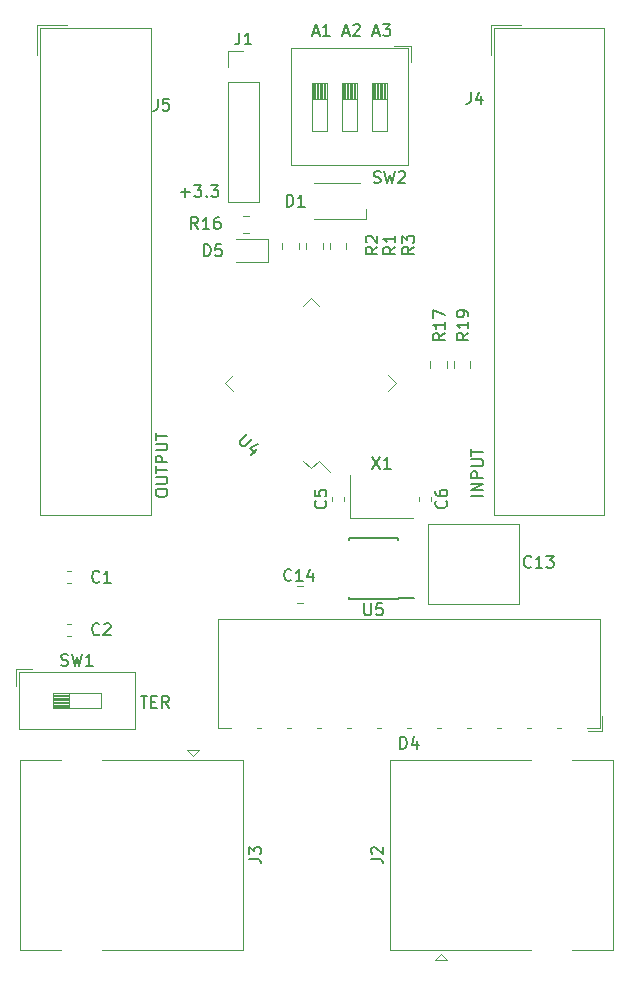
<source format=gbr>
G04 #@! TF.GenerationSoftware,KiCad,Pcbnew,(5.1.0)-1*
G04 #@! TF.CreationDate,2020-04-23T00:52:51+08:00*
G04 #@! TF.ProjectId,IRController,4952436f-6e74-4726-9f6c-6c65722e6b69,rev?*
G04 #@! TF.SameCoordinates,Original*
G04 #@! TF.FileFunction,Legend,Top*
G04 #@! TF.FilePolarity,Positive*
%FSLAX46Y46*%
G04 Gerber Fmt 4.6, Leading zero omitted, Abs format (unit mm)*
G04 Created by KiCad (PCBNEW (5.1.0)-1) date 2020-04-23 00:52:51*
%MOMM*%
%LPD*%
G04 APERTURE LIST*
%ADD10C,0.150000*%
%ADD11C,0.120000*%
G04 APERTURE END LIST*
D10*
X101501904Y-95702380D02*
X102073333Y-95702380D01*
X101787619Y-96702380D02*
X101787619Y-95702380D01*
X102406666Y-96178571D02*
X102740000Y-96178571D01*
X102882857Y-96702380D02*
X102406666Y-96702380D01*
X102406666Y-95702380D01*
X102882857Y-95702380D01*
X103882857Y-96702380D02*
X103549523Y-96226190D01*
X103311428Y-96702380D02*
X103311428Y-95702380D01*
X103692380Y-95702380D01*
X103787619Y-95750000D01*
X103835238Y-95797619D01*
X103882857Y-95892857D01*
X103882857Y-96035714D01*
X103835238Y-96130952D01*
X103787619Y-96178571D01*
X103692380Y-96226190D01*
X103311428Y-96226190D01*
X102772380Y-78568094D02*
X102772380Y-78377618D01*
X102820000Y-78282380D01*
X102915238Y-78187142D01*
X103105714Y-78139523D01*
X103439047Y-78139523D01*
X103629523Y-78187142D01*
X103724761Y-78282380D01*
X103772380Y-78377618D01*
X103772380Y-78568094D01*
X103724761Y-78663333D01*
X103629523Y-78758571D01*
X103439047Y-78806190D01*
X103105714Y-78806190D01*
X102915238Y-78758571D01*
X102820000Y-78663333D01*
X102772380Y-78568094D01*
X102772380Y-77710952D02*
X103581904Y-77710952D01*
X103677142Y-77663333D01*
X103724761Y-77615713D01*
X103772380Y-77520475D01*
X103772380Y-77329999D01*
X103724761Y-77234761D01*
X103677142Y-77187142D01*
X103581904Y-77139523D01*
X102772380Y-77139523D01*
X102772380Y-76806190D02*
X102772380Y-76234761D01*
X103772380Y-76520475D02*
X102772380Y-76520475D01*
X103772380Y-75901428D02*
X102772380Y-75901428D01*
X102772380Y-75520475D01*
X102820000Y-75425237D01*
X102867619Y-75377618D01*
X102962857Y-75329999D01*
X103105714Y-75329999D01*
X103200952Y-75377618D01*
X103248571Y-75425237D01*
X103296190Y-75520475D01*
X103296190Y-75901428D01*
X102772380Y-74901428D02*
X103581904Y-74901428D01*
X103677142Y-74853809D01*
X103724761Y-74806190D01*
X103772380Y-74710952D01*
X103772380Y-74520475D01*
X103724761Y-74425237D01*
X103677142Y-74377618D01*
X103581904Y-74329999D01*
X102772380Y-74329999D01*
X102772380Y-73996666D02*
X102772380Y-73425237D01*
X103772380Y-73710952D02*
X102772380Y-73710952D01*
X130492380Y-78758571D02*
X129492380Y-78758571D01*
X130492380Y-78282380D02*
X129492380Y-78282380D01*
X130492380Y-77710952D01*
X129492380Y-77710952D01*
X130492380Y-77234761D02*
X129492380Y-77234761D01*
X129492380Y-76853809D01*
X129540000Y-76758571D01*
X129587619Y-76710952D01*
X129682857Y-76663333D01*
X129825714Y-76663333D01*
X129920952Y-76710952D01*
X129968571Y-76758571D01*
X130016190Y-76853809D01*
X130016190Y-77234761D01*
X129492380Y-76234761D02*
X130301904Y-76234761D01*
X130397142Y-76187142D01*
X130444761Y-76139523D01*
X130492380Y-76044285D01*
X130492380Y-75853809D01*
X130444761Y-75758571D01*
X130397142Y-75710952D01*
X130301904Y-75663333D01*
X129492380Y-75663333D01*
X129492380Y-75330000D02*
X129492380Y-74758571D01*
X130492380Y-75044285D02*
X129492380Y-75044285D01*
X121195714Y-39516666D02*
X121671904Y-39516666D01*
X121100476Y-39802380D02*
X121433809Y-38802380D01*
X121767142Y-39802380D01*
X122005238Y-38802380D02*
X122624285Y-38802380D01*
X122290952Y-39183333D01*
X122433809Y-39183333D01*
X122529047Y-39230952D01*
X122576666Y-39278571D01*
X122624285Y-39373809D01*
X122624285Y-39611904D01*
X122576666Y-39707142D01*
X122529047Y-39754761D01*
X122433809Y-39802380D01*
X122148095Y-39802380D01*
X122052857Y-39754761D01*
X122005238Y-39707142D01*
X118640714Y-39516666D02*
X119116904Y-39516666D01*
X118545476Y-39802380D02*
X118878809Y-38802380D01*
X119212142Y-39802380D01*
X119497857Y-38897619D02*
X119545476Y-38850000D01*
X119640714Y-38802380D01*
X119878809Y-38802380D01*
X119974047Y-38850000D01*
X120021666Y-38897619D01*
X120069285Y-38992857D01*
X120069285Y-39088095D01*
X120021666Y-39230952D01*
X119450238Y-39802380D01*
X120069285Y-39802380D01*
X116085714Y-39516666D02*
X116561904Y-39516666D01*
X115990476Y-39802380D02*
X116323809Y-38802380D01*
X116657142Y-39802380D01*
X117514285Y-39802380D02*
X116942857Y-39802380D01*
X117228571Y-39802380D02*
X117228571Y-38802380D01*
X117133333Y-38945238D01*
X117038095Y-39040476D01*
X116942857Y-39088095D01*
X104888571Y-53061428D02*
X105650476Y-53061428D01*
X105269523Y-53442380D02*
X105269523Y-52680476D01*
X106031428Y-52442380D02*
X106650476Y-52442380D01*
X106317142Y-52823333D01*
X106460000Y-52823333D01*
X106555238Y-52870952D01*
X106602857Y-52918571D01*
X106650476Y-53013809D01*
X106650476Y-53251904D01*
X106602857Y-53347142D01*
X106555238Y-53394761D01*
X106460000Y-53442380D01*
X106174285Y-53442380D01*
X106079047Y-53394761D01*
X106031428Y-53347142D01*
X107079047Y-53347142D02*
X107126666Y-53394761D01*
X107079047Y-53442380D01*
X107031428Y-53394761D01*
X107079047Y-53347142D01*
X107079047Y-53442380D01*
X107460000Y-52442380D02*
X108079047Y-52442380D01*
X107745714Y-52823333D01*
X107888571Y-52823333D01*
X107983809Y-52870952D01*
X108031428Y-52918571D01*
X108079047Y-53013809D01*
X108079047Y-53251904D01*
X108031428Y-53347142D01*
X107983809Y-53394761D01*
X107888571Y-53442380D01*
X107602857Y-53442380D01*
X107507619Y-53394761D01*
X107460000Y-53347142D01*
D11*
X138050000Y-117155000D02*
X141490000Y-117155000D01*
X127408000Y-118031000D02*
X126900000Y-117523000D01*
X126392000Y-118031000D02*
X127408000Y-118031000D01*
X126900000Y-117523000D02*
X126392000Y-118031000D01*
X138050000Y-101135000D02*
X141490000Y-101135000D01*
X141490000Y-101135000D02*
X141490000Y-117155000D01*
X122620000Y-117155000D02*
X134550000Y-117155000D01*
X122620000Y-101135000D02*
X122620000Y-117155000D01*
X122620000Y-101135000D02*
X134550000Y-101135000D01*
X92745000Y-38900000D02*
X95285000Y-38900000D01*
X92745000Y-38900000D02*
X92745000Y-41440000D01*
X92995000Y-39150000D02*
X102345000Y-39150000D01*
X92995000Y-80330000D02*
X92995000Y-39150000D01*
X102345000Y-80330000D02*
X92995000Y-80330000D01*
X102345000Y-39150000D02*
X102345000Y-80330000D01*
X140591000Y-98649000D02*
X139351000Y-98649000D01*
X140591000Y-97409000D02*
X140591000Y-98649000D01*
X108030000Y-98410000D02*
X108030000Y-89189000D01*
X140350000Y-98410000D02*
X140350000Y-89189000D01*
X140350000Y-89189000D02*
X108030000Y-89189000D01*
X109180000Y-98410000D02*
X108030000Y-98410000D01*
X111720000Y-98410000D02*
X111320000Y-98410000D01*
X114260000Y-98410000D02*
X113860000Y-98410000D01*
X116800000Y-98410000D02*
X116400000Y-98410000D01*
X119340000Y-98410000D02*
X118940000Y-98410000D01*
X121880000Y-98410000D02*
X121480000Y-98410000D01*
X124420000Y-98410000D02*
X124020000Y-98410000D01*
X126960000Y-98410000D02*
X126560000Y-98410000D01*
X129500000Y-98410000D02*
X129100000Y-98410000D01*
X132040000Y-98410000D02*
X131639000Y-98410000D01*
X134580000Y-98410000D02*
X134180000Y-98410000D01*
X137120000Y-98410000D02*
X136719000Y-98410000D01*
X140350000Y-98410000D02*
X139260000Y-98410000D01*
X94750000Y-101135000D02*
X91310000Y-101135000D01*
X105392000Y-100259000D02*
X105900000Y-100767000D01*
X106408000Y-100259000D02*
X105392000Y-100259000D01*
X105900000Y-100767000D02*
X106408000Y-100259000D01*
X94750000Y-117155000D02*
X91310000Y-117155000D01*
X91310000Y-117155000D02*
X91310000Y-101135000D01*
X110180000Y-101135000D02*
X98250000Y-101135000D01*
X110180000Y-117155000D02*
X110180000Y-101135000D01*
X110180000Y-117155000D02*
X98250000Y-117155000D01*
X95571267Y-85090000D02*
X95228733Y-85090000D01*
X95571267Y-86110000D02*
X95228733Y-86110000D01*
X95228733Y-90610000D02*
X95571267Y-90610000D01*
X95228733Y-89590000D02*
X95571267Y-89590000D01*
X118710000Y-79171267D02*
X118710000Y-78828733D01*
X117690000Y-79171267D02*
X117690000Y-78828733D01*
X126110000Y-79171267D02*
X126110000Y-78828733D01*
X125090000Y-79171267D02*
X125090000Y-78828733D01*
X133570000Y-81130000D02*
X133570000Y-87870000D01*
X125830000Y-81130000D02*
X125830000Y-87870000D01*
X125830000Y-87870000D02*
X133570000Y-87870000D01*
X125830000Y-81130000D02*
X133570000Y-81130000D01*
X115261252Y-86390000D02*
X114738748Y-86390000D01*
X115261252Y-87810000D02*
X114738748Y-87810000D01*
X120050000Y-52300000D02*
X116150000Y-52300000D01*
X120600044Y-55300000D02*
X116150000Y-55300000D01*
X120600000Y-54500000D02*
X120600000Y-55300000D01*
X112247500Y-57040000D02*
X109562500Y-57040000D01*
X112247500Y-58960000D02*
X112247500Y-57040000D01*
X109562500Y-58960000D02*
X112247500Y-58960000D01*
X108870000Y-41070000D02*
X110200000Y-41070000D01*
X108870000Y-42400000D02*
X108870000Y-41070000D01*
X108870000Y-43670000D02*
X111530000Y-43670000D01*
X111530000Y-43670000D02*
X111530000Y-53890000D01*
X108870000Y-43670000D02*
X108870000Y-53890000D01*
X108870000Y-53890000D02*
X111530000Y-53890000D01*
X131145000Y-38900000D02*
X133685000Y-38900000D01*
X131145000Y-38900000D02*
X131145000Y-41440000D01*
X131395000Y-39150000D02*
X140745000Y-39150000D01*
X131395000Y-80330000D02*
X131395000Y-39150000D01*
X140745000Y-80330000D02*
X131395000Y-80330000D01*
X140745000Y-39150000D02*
X140745000Y-80330000D01*
X116910000Y-57886252D02*
X116910000Y-57363748D01*
X115490000Y-57886252D02*
X115490000Y-57363748D01*
X114910000Y-57886252D02*
X114910000Y-57363748D01*
X113490000Y-57886252D02*
X113490000Y-57363748D01*
X118910000Y-57886252D02*
X118910000Y-57363748D01*
X117490000Y-57886252D02*
X117490000Y-57363748D01*
X110661252Y-55090000D02*
X110138748Y-55090000D01*
X110661252Y-56510000D02*
X110138748Y-56510000D01*
X95433333Y-95465000D02*
X95433333Y-96735000D01*
X94080000Y-96665000D02*
X95433333Y-96665000D01*
X94080000Y-96545000D02*
X95433333Y-96545000D01*
X94080000Y-96425000D02*
X95433333Y-96425000D01*
X94080000Y-96305000D02*
X95433333Y-96305000D01*
X94080000Y-96185000D02*
X95433333Y-96185000D01*
X94080000Y-96065000D02*
X95433333Y-96065000D01*
X94080000Y-95945000D02*
X95433333Y-95945000D01*
X94080000Y-95825000D02*
X95433333Y-95825000D01*
X94080000Y-95705000D02*
X95433333Y-95705000D01*
X94080000Y-95585000D02*
X95433333Y-95585000D01*
X98140000Y-95465000D02*
X94080000Y-95465000D01*
X98140000Y-96735000D02*
X98140000Y-95465000D01*
X94080000Y-96735000D02*
X98140000Y-96735000D01*
X94080000Y-95465000D02*
X94080000Y-96735000D01*
X90920000Y-93440000D02*
X90920000Y-94823000D01*
X90920000Y-93440000D02*
X92304000Y-93440000D01*
X101060000Y-93680000D02*
X101060000Y-98520000D01*
X91160000Y-93680000D02*
X91160000Y-98520000D01*
X91160000Y-98520000D02*
X101060000Y-98520000D01*
X91160000Y-93680000D02*
X101060000Y-93680000D01*
X116571751Y-75754880D02*
X117519275Y-76702403D01*
X115900000Y-76426631D02*
X116571751Y-75754880D01*
X115228249Y-75754880D02*
X115900000Y-76426631D01*
X108673369Y-69200000D02*
X109345120Y-68528249D01*
X109345120Y-69871751D02*
X108673369Y-69200000D01*
X123126631Y-69200000D02*
X122454880Y-69871751D01*
X122454880Y-68528249D02*
X123126631Y-69200000D01*
X115900000Y-61973369D02*
X115228249Y-62645120D01*
X116571751Y-62645120D02*
X115900000Y-61973369D01*
D10*
X123275000Y-87425000D02*
X124675000Y-87425000D01*
X123275000Y-82325000D02*
X119125000Y-82325000D01*
X123275000Y-87475000D02*
X119125000Y-87475000D01*
X123275000Y-82325000D02*
X123275000Y-82470000D01*
X119125000Y-82325000D02*
X119125000Y-82470000D01*
X119125000Y-87475000D02*
X119125000Y-87330000D01*
X123275000Y-87475000D02*
X123275000Y-87425000D01*
D11*
X127410000Y-67886252D02*
X127410000Y-67363748D01*
X125990000Y-67886252D02*
X125990000Y-67363748D01*
X129410000Y-67886252D02*
X129410000Y-67363748D01*
X127990000Y-67886252D02*
X127990000Y-67363748D01*
X117255000Y-45133333D02*
X115985000Y-45133333D01*
X116055000Y-43780000D02*
X116055000Y-45133333D01*
X116175000Y-43780000D02*
X116175000Y-45133333D01*
X116295000Y-43780000D02*
X116295000Y-45133333D01*
X116415000Y-43780000D02*
X116415000Y-45133333D01*
X116535000Y-43780000D02*
X116535000Y-45133333D01*
X116655000Y-43780000D02*
X116655000Y-45133333D01*
X116775000Y-43780000D02*
X116775000Y-45133333D01*
X116895000Y-43780000D02*
X116895000Y-45133333D01*
X117015000Y-43780000D02*
X117015000Y-45133333D01*
X117135000Y-43780000D02*
X117135000Y-45133333D01*
X117255000Y-47840000D02*
X117255000Y-43780000D01*
X115985000Y-47840000D02*
X117255000Y-47840000D01*
X115985000Y-43780000D02*
X115985000Y-47840000D01*
X117255000Y-43780000D02*
X115985000Y-43780000D01*
X119795000Y-45133333D02*
X118525000Y-45133333D01*
X118595000Y-43780000D02*
X118595000Y-45133333D01*
X118715000Y-43780000D02*
X118715000Y-45133333D01*
X118835000Y-43780000D02*
X118835000Y-45133333D01*
X118955000Y-43780000D02*
X118955000Y-45133333D01*
X119075000Y-43780000D02*
X119075000Y-45133333D01*
X119195000Y-43780000D02*
X119195000Y-45133333D01*
X119315000Y-43780000D02*
X119315000Y-45133333D01*
X119435000Y-43780000D02*
X119435000Y-45133333D01*
X119555000Y-43780000D02*
X119555000Y-45133333D01*
X119675000Y-43780000D02*
X119675000Y-45133333D01*
X119795000Y-47840000D02*
X119795000Y-43780000D01*
X118525000Y-47840000D02*
X119795000Y-47840000D01*
X118525000Y-43780000D02*
X118525000Y-47840000D01*
X119795000Y-43780000D02*
X118525000Y-43780000D01*
X122335000Y-45133333D02*
X121065000Y-45133333D01*
X121135000Y-43780000D02*
X121135000Y-45133333D01*
X121255000Y-43780000D02*
X121255000Y-45133333D01*
X121375000Y-43780000D02*
X121375000Y-45133333D01*
X121495000Y-43780000D02*
X121495000Y-45133333D01*
X121615000Y-43780000D02*
X121615000Y-45133333D01*
X121735000Y-43780000D02*
X121735000Y-45133333D01*
X121855000Y-43780000D02*
X121855000Y-45133333D01*
X121975000Y-43780000D02*
X121975000Y-45133333D01*
X122095000Y-43780000D02*
X122095000Y-45133333D01*
X122215000Y-43780000D02*
X122215000Y-45133333D01*
X122335000Y-47840000D02*
X122335000Y-43780000D01*
X121065000Y-47840000D02*
X122335000Y-47840000D01*
X121065000Y-43780000D02*
X121065000Y-47840000D01*
X122335000Y-43780000D02*
X121065000Y-43780000D01*
X124360000Y-40620000D02*
X122977000Y-40620000D01*
X124360000Y-40620000D02*
X124360000Y-42004000D01*
X124120000Y-50760000D02*
X114200000Y-50760000D01*
X124120000Y-40860000D02*
X114200000Y-40860000D01*
X114200000Y-40860000D02*
X114200000Y-50760000D01*
X124120000Y-40860000D02*
X124120000Y-50760000D01*
X119250000Y-80650000D02*
X124550000Y-80650000D01*
X119250000Y-76950000D02*
X119250000Y-80650000D01*
D10*
X121012380Y-109478333D02*
X121726666Y-109478333D01*
X121869523Y-109525952D01*
X121964761Y-109621190D01*
X122012380Y-109764047D01*
X122012380Y-109859285D01*
X121107619Y-109049761D02*
X121060000Y-109002142D01*
X121012380Y-108906904D01*
X121012380Y-108668809D01*
X121060000Y-108573571D01*
X121107619Y-108525952D01*
X121202857Y-108478333D01*
X121298095Y-108478333D01*
X121440952Y-108525952D01*
X122012380Y-109097380D01*
X122012380Y-108478333D01*
X102936666Y-45122380D02*
X102936666Y-45836666D01*
X102889047Y-45979523D01*
X102793809Y-46074761D01*
X102650952Y-46122380D01*
X102555714Y-46122380D01*
X103889047Y-45122380D02*
X103412857Y-45122380D01*
X103365238Y-45598571D01*
X103412857Y-45550952D01*
X103508095Y-45503333D01*
X103746190Y-45503333D01*
X103841428Y-45550952D01*
X103889047Y-45598571D01*
X103936666Y-45693809D01*
X103936666Y-45931904D01*
X103889047Y-46027142D01*
X103841428Y-46074761D01*
X103746190Y-46122380D01*
X103508095Y-46122380D01*
X103412857Y-46074761D01*
X103365238Y-46027142D01*
X123481904Y-100151380D02*
X123481904Y-99151380D01*
X123720000Y-99151380D01*
X123862857Y-99199000D01*
X123958095Y-99294238D01*
X124005714Y-99389476D01*
X124053333Y-99579952D01*
X124053333Y-99722809D01*
X124005714Y-99913285D01*
X123958095Y-100008523D01*
X123862857Y-100103761D01*
X123720000Y-100151380D01*
X123481904Y-100151380D01*
X124910476Y-99484714D02*
X124910476Y-100151380D01*
X124672380Y-99103761D02*
X124434285Y-99818047D01*
X125053333Y-99818047D01*
X110692380Y-109478333D02*
X111406666Y-109478333D01*
X111549523Y-109525952D01*
X111644761Y-109621190D01*
X111692380Y-109764047D01*
X111692380Y-109859285D01*
X110692380Y-109097380D02*
X110692380Y-108478333D01*
X111073333Y-108811666D01*
X111073333Y-108668809D01*
X111120952Y-108573571D01*
X111168571Y-108525952D01*
X111263809Y-108478333D01*
X111501904Y-108478333D01*
X111597142Y-108525952D01*
X111644761Y-108573571D01*
X111692380Y-108668809D01*
X111692380Y-108954523D01*
X111644761Y-109049761D01*
X111597142Y-109097380D01*
X98013333Y-85987142D02*
X97965714Y-86034761D01*
X97822857Y-86082380D01*
X97727619Y-86082380D01*
X97584761Y-86034761D01*
X97489523Y-85939523D01*
X97441904Y-85844285D01*
X97394285Y-85653809D01*
X97394285Y-85510952D01*
X97441904Y-85320476D01*
X97489523Y-85225238D01*
X97584761Y-85130000D01*
X97727619Y-85082380D01*
X97822857Y-85082380D01*
X97965714Y-85130000D01*
X98013333Y-85177619D01*
X98965714Y-86082380D02*
X98394285Y-86082380D01*
X98680000Y-86082380D02*
X98680000Y-85082380D01*
X98584761Y-85225238D01*
X98489523Y-85320476D01*
X98394285Y-85368095D01*
X98013333Y-90447142D02*
X97965714Y-90494761D01*
X97822857Y-90542380D01*
X97727619Y-90542380D01*
X97584761Y-90494761D01*
X97489523Y-90399523D01*
X97441904Y-90304285D01*
X97394285Y-90113809D01*
X97394285Y-89970952D01*
X97441904Y-89780476D01*
X97489523Y-89685238D01*
X97584761Y-89590000D01*
X97727619Y-89542380D01*
X97822857Y-89542380D01*
X97965714Y-89590000D01*
X98013333Y-89637619D01*
X98394285Y-89637619D02*
X98441904Y-89590000D01*
X98537142Y-89542380D01*
X98775238Y-89542380D01*
X98870476Y-89590000D01*
X98918095Y-89637619D01*
X98965714Y-89732857D01*
X98965714Y-89828095D01*
X98918095Y-89970952D01*
X98346666Y-90542380D01*
X98965714Y-90542380D01*
X117127142Y-79166666D02*
X117174761Y-79214285D01*
X117222380Y-79357142D01*
X117222380Y-79452380D01*
X117174761Y-79595238D01*
X117079523Y-79690476D01*
X116984285Y-79738095D01*
X116793809Y-79785714D01*
X116650952Y-79785714D01*
X116460476Y-79738095D01*
X116365238Y-79690476D01*
X116270000Y-79595238D01*
X116222380Y-79452380D01*
X116222380Y-79357142D01*
X116270000Y-79214285D01*
X116317619Y-79166666D01*
X116222380Y-78261904D02*
X116222380Y-78738095D01*
X116698571Y-78785714D01*
X116650952Y-78738095D01*
X116603333Y-78642857D01*
X116603333Y-78404761D01*
X116650952Y-78309523D01*
X116698571Y-78261904D01*
X116793809Y-78214285D01*
X117031904Y-78214285D01*
X117127142Y-78261904D01*
X117174761Y-78309523D01*
X117222380Y-78404761D01*
X117222380Y-78642857D01*
X117174761Y-78738095D01*
X117127142Y-78785714D01*
X127357142Y-79166666D02*
X127404761Y-79214285D01*
X127452380Y-79357142D01*
X127452380Y-79452380D01*
X127404761Y-79595238D01*
X127309523Y-79690476D01*
X127214285Y-79738095D01*
X127023809Y-79785714D01*
X126880952Y-79785714D01*
X126690476Y-79738095D01*
X126595238Y-79690476D01*
X126500000Y-79595238D01*
X126452380Y-79452380D01*
X126452380Y-79357142D01*
X126500000Y-79214285D01*
X126547619Y-79166666D01*
X126452380Y-78309523D02*
X126452380Y-78500000D01*
X126500000Y-78595238D01*
X126547619Y-78642857D01*
X126690476Y-78738095D01*
X126880952Y-78785714D01*
X127261904Y-78785714D01*
X127357142Y-78738095D01*
X127404761Y-78690476D01*
X127452380Y-78595238D01*
X127452380Y-78404761D01*
X127404761Y-78309523D01*
X127357142Y-78261904D01*
X127261904Y-78214285D01*
X127023809Y-78214285D01*
X126928571Y-78261904D01*
X126880952Y-78309523D01*
X126833333Y-78404761D01*
X126833333Y-78595238D01*
X126880952Y-78690476D01*
X126928571Y-78738095D01*
X127023809Y-78785714D01*
X134557142Y-84737142D02*
X134509523Y-84784761D01*
X134366666Y-84832380D01*
X134271428Y-84832380D01*
X134128571Y-84784761D01*
X134033333Y-84689523D01*
X133985714Y-84594285D01*
X133938095Y-84403809D01*
X133938095Y-84260952D01*
X133985714Y-84070476D01*
X134033333Y-83975238D01*
X134128571Y-83880000D01*
X134271428Y-83832380D01*
X134366666Y-83832380D01*
X134509523Y-83880000D01*
X134557142Y-83927619D01*
X135509523Y-84832380D02*
X134938095Y-84832380D01*
X135223809Y-84832380D02*
X135223809Y-83832380D01*
X135128571Y-83975238D01*
X135033333Y-84070476D01*
X134938095Y-84118095D01*
X135842857Y-83832380D02*
X136461904Y-83832380D01*
X136128571Y-84213333D01*
X136271428Y-84213333D01*
X136366666Y-84260952D01*
X136414285Y-84308571D01*
X136461904Y-84403809D01*
X136461904Y-84641904D01*
X136414285Y-84737142D01*
X136366666Y-84784761D01*
X136271428Y-84832380D01*
X135985714Y-84832380D01*
X135890476Y-84784761D01*
X135842857Y-84737142D01*
X114257142Y-85857142D02*
X114209523Y-85904761D01*
X114066666Y-85952380D01*
X113971428Y-85952380D01*
X113828571Y-85904761D01*
X113733333Y-85809523D01*
X113685714Y-85714285D01*
X113638095Y-85523809D01*
X113638095Y-85380952D01*
X113685714Y-85190476D01*
X113733333Y-85095238D01*
X113828571Y-85000000D01*
X113971428Y-84952380D01*
X114066666Y-84952380D01*
X114209523Y-85000000D01*
X114257142Y-85047619D01*
X115209523Y-85952380D02*
X114638095Y-85952380D01*
X114923809Y-85952380D02*
X114923809Y-84952380D01*
X114828571Y-85095238D01*
X114733333Y-85190476D01*
X114638095Y-85238095D01*
X116066666Y-85285714D02*
X116066666Y-85952380D01*
X115828571Y-84904761D02*
X115590476Y-85619047D01*
X116209523Y-85619047D01*
X113861904Y-54252380D02*
X113861904Y-53252380D01*
X114100000Y-53252380D01*
X114242857Y-53300000D01*
X114338095Y-53395238D01*
X114385714Y-53490476D01*
X114433333Y-53680952D01*
X114433333Y-53823809D01*
X114385714Y-54014285D01*
X114338095Y-54109523D01*
X114242857Y-54204761D01*
X114100000Y-54252380D01*
X113861904Y-54252380D01*
X115385714Y-54252380D02*
X114814285Y-54252380D01*
X115100000Y-54252380D02*
X115100000Y-53252380D01*
X115004761Y-53395238D01*
X114909523Y-53490476D01*
X114814285Y-53538095D01*
X106861904Y-58452380D02*
X106861904Y-57452380D01*
X107100000Y-57452380D01*
X107242857Y-57500000D01*
X107338095Y-57595238D01*
X107385714Y-57690476D01*
X107433333Y-57880952D01*
X107433333Y-58023809D01*
X107385714Y-58214285D01*
X107338095Y-58309523D01*
X107242857Y-58404761D01*
X107100000Y-58452380D01*
X106861904Y-58452380D01*
X108338095Y-57452380D02*
X107861904Y-57452380D01*
X107814285Y-57928571D01*
X107861904Y-57880952D01*
X107957142Y-57833333D01*
X108195238Y-57833333D01*
X108290476Y-57880952D01*
X108338095Y-57928571D01*
X108385714Y-58023809D01*
X108385714Y-58261904D01*
X108338095Y-58357142D01*
X108290476Y-58404761D01*
X108195238Y-58452380D01*
X107957142Y-58452380D01*
X107861904Y-58404761D01*
X107814285Y-58357142D01*
X109866666Y-39522380D02*
X109866666Y-40236666D01*
X109819047Y-40379523D01*
X109723809Y-40474761D01*
X109580952Y-40522380D01*
X109485714Y-40522380D01*
X110866666Y-40522380D02*
X110295238Y-40522380D01*
X110580952Y-40522380D02*
X110580952Y-39522380D01*
X110485714Y-39665238D01*
X110390476Y-39760476D01*
X110295238Y-39808095D01*
X129446666Y-44562380D02*
X129446666Y-45276666D01*
X129399047Y-45419523D01*
X129303809Y-45514761D01*
X129160952Y-45562380D01*
X129065714Y-45562380D01*
X130351428Y-44895714D02*
X130351428Y-45562380D01*
X130113333Y-44514761D02*
X129875238Y-45229047D01*
X130494285Y-45229047D01*
X123052380Y-57666666D02*
X122576190Y-58000000D01*
X123052380Y-58238095D02*
X122052380Y-58238095D01*
X122052380Y-57857142D01*
X122100000Y-57761904D01*
X122147619Y-57714285D01*
X122242857Y-57666666D01*
X122385714Y-57666666D01*
X122480952Y-57714285D01*
X122528571Y-57761904D01*
X122576190Y-57857142D01*
X122576190Y-58238095D01*
X123052380Y-56714285D02*
X123052380Y-57285714D01*
X123052380Y-57000000D02*
X122052380Y-57000000D01*
X122195238Y-57095238D01*
X122290476Y-57190476D01*
X122338095Y-57285714D01*
X121552380Y-57666666D02*
X121076190Y-58000000D01*
X121552380Y-58238095D02*
X120552380Y-58238095D01*
X120552380Y-57857142D01*
X120600000Y-57761904D01*
X120647619Y-57714285D01*
X120742857Y-57666666D01*
X120885714Y-57666666D01*
X120980952Y-57714285D01*
X121028571Y-57761904D01*
X121076190Y-57857142D01*
X121076190Y-58238095D01*
X120647619Y-57285714D02*
X120600000Y-57238095D01*
X120552380Y-57142857D01*
X120552380Y-56904761D01*
X120600000Y-56809523D01*
X120647619Y-56761904D01*
X120742857Y-56714285D01*
X120838095Y-56714285D01*
X120980952Y-56761904D01*
X121552380Y-57333333D01*
X121552380Y-56714285D01*
X124652380Y-57666666D02*
X124176190Y-58000000D01*
X124652380Y-58238095D02*
X123652380Y-58238095D01*
X123652380Y-57857142D01*
X123700000Y-57761904D01*
X123747619Y-57714285D01*
X123842857Y-57666666D01*
X123985714Y-57666666D01*
X124080952Y-57714285D01*
X124128571Y-57761904D01*
X124176190Y-57857142D01*
X124176190Y-58238095D01*
X123652380Y-57333333D02*
X123652380Y-56714285D01*
X124033333Y-57047619D01*
X124033333Y-56904761D01*
X124080952Y-56809523D01*
X124128571Y-56761904D01*
X124223809Y-56714285D01*
X124461904Y-56714285D01*
X124557142Y-56761904D01*
X124604761Y-56809523D01*
X124652380Y-56904761D01*
X124652380Y-57190476D01*
X124604761Y-57285714D01*
X124557142Y-57333333D01*
X106357142Y-56152380D02*
X106023809Y-55676190D01*
X105785714Y-56152380D02*
X105785714Y-55152380D01*
X106166666Y-55152380D01*
X106261904Y-55200000D01*
X106309523Y-55247619D01*
X106357142Y-55342857D01*
X106357142Y-55485714D01*
X106309523Y-55580952D01*
X106261904Y-55628571D01*
X106166666Y-55676190D01*
X105785714Y-55676190D01*
X107309523Y-56152380D02*
X106738095Y-56152380D01*
X107023809Y-56152380D02*
X107023809Y-55152380D01*
X106928571Y-55295238D01*
X106833333Y-55390476D01*
X106738095Y-55438095D01*
X108166666Y-55152380D02*
X107976190Y-55152380D01*
X107880952Y-55200000D01*
X107833333Y-55247619D01*
X107738095Y-55390476D01*
X107690476Y-55580952D01*
X107690476Y-55961904D01*
X107738095Y-56057142D01*
X107785714Y-56104761D01*
X107880952Y-56152380D01*
X108071428Y-56152380D01*
X108166666Y-56104761D01*
X108214285Y-56057142D01*
X108261904Y-55961904D01*
X108261904Y-55723809D01*
X108214285Y-55628571D01*
X108166666Y-55580952D01*
X108071428Y-55533333D01*
X107880952Y-55533333D01*
X107785714Y-55580952D01*
X107738095Y-55628571D01*
X107690476Y-55723809D01*
X94776666Y-93084761D02*
X94919523Y-93132380D01*
X95157619Y-93132380D01*
X95252857Y-93084761D01*
X95300476Y-93037142D01*
X95348095Y-92941904D01*
X95348095Y-92846666D01*
X95300476Y-92751428D01*
X95252857Y-92703809D01*
X95157619Y-92656190D01*
X94967142Y-92608571D01*
X94871904Y-92560952D01*
X94824285Y-92513333D01*
X94776666Y-92418095D01*
X94776666Y-92322857D01*
X94824285Y-92227619D01*
X94871904Y-92180000D01*
X94967142Y-92132380D01*
X95205238Y-92132380D01*
X95348095Y-92180000D01*
X95681428Y-92132380D02*
X95919523Y-93132380D01*
X96110000Y-92418095D01*
X96300476Y-93132380D01*
X96538571Y-92132380D01*
X97443333Y-93132380D02*
X96871904Y-93132380D01*
X97157619Y-93132380D02*
X97157619Y-92132380D01*
X97062380Y-92275238D01*
X96967142Y-92370476D01*
X96871904Y-92418095D01*
X110515887Y-73506616D02*
X109943467Y-74079036D01*
X109909795Y-74180051D01*
X109909795Y-74247395D01*
X109943467Y-74348410D01*
X110078154Y-74483097D01*
X110179169Y-74516769D01*
X110246513Y-74516769D01*
X110347528Y-74483097D01*
X110919948Y-73910677D01*
X111324009Y-74786143D02*
X110852604Y-75257547D01*
X111425024Y-74348410D02*
X110751589Y-74685128D01*
X111189322Y-75122860D01*
X120438095Y-87852380D02*
X120438095Y-88661904D01*
X120485714Y-88757142D01*
X120533333Y-88804761D01*
X120628571Y-88852380D01*
X120819047Y-88852380D01*
X120914285Y-88804761D01*
X120961904Y-88757142D01*
X121009523Y-88661904D01*
X121009523Y-87852380D01*
X121961904Y-87852380D02*
X121485714Y-87852380D01*
X121438095Y-88328571D01*
X121485714Y-88280952D01*
X121580952Y-88233333D01*
X121819047Y-88233333D01*
X121914285Y-88280952D01*
X121961904Y-88328571D01*
X122009523Y-88423809D01*
X122009523Y-88661904D01*
X121961904Y-88757142D01*
X121914285Y-88804761D01*
X121819047Y-88852380D01*
X121580952Y-88852380D01*
X121485714Y-88804761D01*
X121438095Y-88757142D01*
X127252380Y-64967857D02*
X126776190Y-65301190D01*
X127252380Y-65539285D02*
X126252380Y-65539285D01*
X126252380Y-65158333D01*
X126300000Y-65063095D01*
X126347619Y-65015476D01*
X126442857Y-64967857D01*
X126585714Y-64967857D01*
X126680952Y-65015476D01*
X126728571Y-65063095D01*
X126776190Y-65158333D01*
X126776190Y-65539285D01*
X127252380Y-64015476D02*
X127252380Y-64586904D01*
X127252380Y-64301190D02*
X126252380Y-64301190D01*
X126395238Y-64396428D01*
X126490476Y-64491666D01*
X126538095Y-64586904D01*
X126252380Y-63682142D02*
X126252380Y-63015476D01*
X127252380Y-63444047D01*
X129252380Y-64942857D02*
X128776190Y-65276190D01*
X129252380Y-65514285D02*
X128252380Y-65514285D01*
X128252380Y-65133333D01*
X128300000Y-65038095D01*
X128347619Y-64990476D01*
X128442857Y-64942857D01*
X128585714Y-64942857D01*
X128680952Y-64990476D01*
X128728571Y-65038095D01*
X128776190Y-65133333D01*
X128776190Y-65514285D01*
X129252380Y-63990476D02*
X129252380Y-64561904D01*
X129252380Y-64276190D02*
X128252380Y-64276190D01*
X128395238Y-64371428D01*
X128490476Y-64466666D01*
X128538095Y-64561904D01*
X129252380Y-63514285D02*
X129252380Y-63323809D01*
X129204761Y-63228571D01*
X129157142Y-63180952D01*
X129014285Y-63085714D01*
X128823809Y-63038095D01*
X128442857Y-63038095D01*
X128347619Y-63085714D01*
X128300000Y-63133333D01*
X128252380Y-63228571D01*
X128252380Y-63419047D01*
X128300000Y-63514285D01*
X128347619Y-63561904D01*
X128442857Y-63609523D01*
X128680952Y-63609523D01*
X128776190Y-63561904D01*
X128823809Y-63514285D01*
X128871428Y-63419047D01*
X128871428Y-63228571D01*
X128823809Y-63133333D01*
X128776190Y-63085714D01*
X128680952Y-63038095D01*
X121236666Y-52214761D02*
X121379523Y-52262380D01*
X121617619Y-52262380D01*
X121712857Y-52214761D01*
X121760476Y-52167142D01*
X121808095Y-52071904D01*
X121808095Y-51976666D01*
X121760476Y-51881428D01*
X121712857Y-51833809D01*
X121617619Y-51786190D01*
X121427142Y-51738571D01*
X121331904Y-51690952D01*
X121284285Y-51643333D01*
X121236666Y-51548095D01*
X121236666Y-51452857D01*
X121284285Y-51357619D01*
X121331904Y-51310000D01*
X121427142Y-51262380D01*
X121665238Y-51262380D01*
X121808095Y-51310000D01*
X122141428Y-51262380D02*
X122379523Y-52262380D01*
X122570000Y-51548095D01*
X122760476Y-52262380D01*
X122998571Y-51262380D01*
X123331904Y-51357619D02*
X123379523Y-51310000D01*
X123474761Y-51262380D01*
X123712857Y-51262380D01*
X123808095Y-51310000D01*
X123855714Y-51357619D01*
X123903333Y-51452857D01*
X123903333Y-51548095D01*
X123855714Y-51690952D01*
X123284285Y-52262380D01*
X123903333Y-52262380D01*
X121090476Y-75452380D02*
X121757142Y-76452380D01*
X121757142Y-75452380D02*
X121090476Y-76452380D01*
X122661904Y-76452380D02*
X122090476Y-76452380D01*
X122376190Y-76452380D02*
X122376190Y-75452380D01*
X122280952Y-75595238D01*
X122185714Y-75690476D01*
X122090476Y-75738095D01*
M02*

</source>
